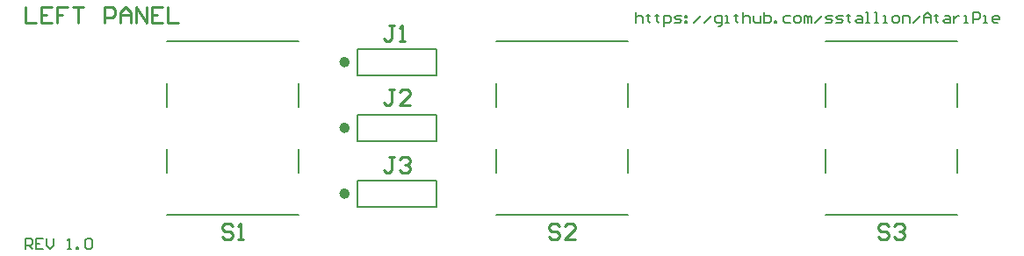
<source format=gto>
G04 Layer_Color=65535*
%FSLAX24Y24*%
%MOIN*%
G70*
G01*
G75*
%ADD10C,0.0100*%
%ADD14C,0.0200*%
%ADD15C,0.0080*%
D10*
X53150Y21260D02*
X53050Y21360D01*
X52850D01*
X52750Y21260D01*
Y21160D01*
X52850Y21060D01*
X53050D01*
X53150Y20960D01*
Y20860D01*
X53050Y20760D01*
X52850D01*
X52750Y20860D01*
X53350Y21260D02*
X53450Y21360D01*
X53650D01*
X53750Y21260D01*
Y21160D01*
X53650Y21060D01*
X53550D01*
X53650D01*
X53750Y20960D01*
Y20860D01*
X53650Y20760D01*
X53450D01*
X53350Y20860D01*
X40650Y21260D02*
X40550Y21360D01*
X40350D01*
X40250Y21260D01*
Y21160D01*
X40350Y21060D01*
X40550D01*
X40650Y20960D01*
Y20860D01*
X40550Y20760D01*
X40350D01*
X40250Y20860D01*
X41250Y20760D02*
X40850D01*
X41250Y21160D01*
Y21260D01*
X41150Y21360D01*
X40950D01*
X40850Y21260D01*
X34400Y23900D02*
X34200D01*
X34300D01*
Y23400D01*
X34200Y23300D01*
X34100D01*
X34000Y23400D01*
X34600Y23800D02*
X34700Y23900D01*
X34900D01*
X35000Y23800D01*
Y23700D01*
X34900Y23600D01*
X34800D01*
X34900D01*
X35000Y23500D01*
Y23400D01*
X34900Y23300D01*
X34700D01*
X34600Y23400D01*
X34400Y26450D02*
X34200D01*
X34300D01*
Y25950D01*
X34200Y25850D01*
X34100D01*
X34000Y25950D01*
X35000Y25850D02*
X34600D01*
X35000Y26250D01*
Y26350D01*
X34900Y26450D01*
X34700D01*
X34600Y26350D01*
X34400Y28900D02*
X34200D01*
X34300D01*
Y28400D01*
X34200Y28300D01*
X34100D01*
X34000Y28400D01*
X34600Y28300D02*
X34800D01*
X34700D01*
Y28900D01*
X34600Y28800D01*
X28250Y21260D02*
X28150Y21360D01*
X27950D01*
X27850Y21260D01*
Y21160D01*
X27950Y21060D01*
X28150D01*
X28250Y20960D01*
Y20860D01*
X28150Y20760D01*
X27950D01*
X27850Y20860D01*
X28450Y20760D02*
X28650D01*
X28550D01*
Y21360D01*
X28450Y21260D01*
X20400Y29600D02*
Y29000D01*
X20800D01*
X21400Y29600D02*
X21000D01*
Y29000D01*
X21400D01*
X21000Y29300D02*
X21200D01*
X21999Y29600D02*
X21600D01*
Y29300D01*
X21800D01*
X21600D01*
Y29000D01*
X22199Y29600D02*
X22599D01*
X22399D01*
Y29000D01*
X23399D02*
Y29600D01*
X23699D01*
X23799Y29500D01*
Y29300D01*
X23699Y29200D01*
X23399D01*
X23999Y29000D02*
Y29400D01*
X24199Y29600D01*
X24399Y29400D01*
Y29000D01*
Y29300D01*
X23999D01*
X24599Y29000D02*
Y29600D01*
X24999Y29000D01*
Y29600D01*
X25598D02*
X25198D01*
Y29000D01*
X25598D01*
X25198Y29300D02*
X25398D01*
X25798Y29600D02*
Y29000D01*
X26198D01*
D14*
X32600Y22500D02*
G03*
X32600Y22500I-100J0D01*
G01*
Y25000D02*
G03*
X32600Y25000I-100J0D01*
G01*
Y27500D02*
G03*
X32600Y27500I-100J0D01*
G01*
D15*
X50750Y28300D02*
X55750D01*
X50750Y21700D02*
X55750D01*
X50750Y25800D02*
Y26700D01*
Y23300D02*
Y24200D01*
X55750Y25800D02*
Y26700D01*
Y23300D02*
Y24200D01*
X43250Y23300D02*
Y24200D01*
Y25800D02*
Y26700D01*
X38250Y23300D02*
Y24200D01*
Y25800D02*
Y26700D01*
Y21700D02*
X43250D01*
X38250Y28300D02*
X43250D01*
X33000Y22000D02*
Y23000D01*
Y22000D02*
X36000D01*
Y23000D01*
X33000D02*
X36000D01*
X33000Y25500D02*
X36000D01*
Y24500D02*
Y25500D01*
X33000Y24500D02*
X36000D01*
X33000D02*
Y25500D01*
Y27000D02*
Y28000D01*
Y27000D02*
X36000D01*
Y28000D01*
X33000D02*
X36000D01*
X25750Y28300D02*
X30750D01*
X25750Y21700D02*
X30750D01*
X25750Y25800D02*
Y26700D01*
Y23300D02*
Y24200D01*
X30750Y25800D02*
Y26700D01*
Y23300D02*
Y24200D01*
X20400Y20400D02*
Y20800D01*
X20600D01*
X20667Y20733D01*
Y20600D01*
X20600Y20533D01*
X20400D01*
X20533D02*
X20667Y20400D01*
X21066Y20800D02*
X20800D01*
Y20400D01*
X21066D01*
X20800Y20600D02*
X20933D01*
X21200Y20800D02*
Y20533D01*
X21333Y20400D01*
X21466Y20533D01*
Y20800D01*
X21999Y20400D02*
X22133D01*
X22066D01*
Y20800D01*
X21999Y20733D01*
X22333Y20400D02*
Y20467D01*
X22399D01*
Y20400D01*
X22333D01*
X22666Y20733D02*
X22733Y20800D01*
X22866D01*
X22933Y20733D01*
Y20467D01*
X22866Y20400D01*
X22733D01*
X22666Y20467D01*
Y20733D01*
X43550Y29400D02*
Y29000D01*
Y29200D01*
X43617Y29267D01*
X43750D01*
X43817Y29200D01*
Y29000D01*
X44017Y29333D02*
Y29267D01*
X43950D01*
X44083D01*
X44017D01*
Y29067D01*
X44083Y29000D01*
X44350Y29333D02*
Y29267D01*
X44283D01*
X44416D01*
X44350D01*
Y29067D01*
X44416Y29000D01*
X44616Y28867D02*
Y29267D01*
X44816D01*
X44883Y29200D01*
Y29067D01*
X44816Y29000D01*
X44616D01*
X45016D02*
X45216D01*
X45283Y29067D01*
X45216Y29133D01*
X45083D01*
X45016Y29200D01*
X45083Y29267D01*
X45283D01*
X45416D02*
X45483D01*
Y29200D01*
X45416D01*
Y29267D01*
Y29067D02*
X45483D01*
Y29000D01*
X45416D01*
Y29067D01*
X45749Y29000D02*
X46016Y29267D01*
X46149Y29000D02*
X46416Y29267D01*
X46682Y28867D02*
X46749D01*
X46816Y28933D01*
Y29267D01*
X46616D01*
X46549Y29200D01*
Y29067D01*
X46616Y29000D01*
X46816D01*
X46949D02*
X47082D01*
X47016D01*
Y29267D01*
X46949D01*
X47349Y29333D02*
Y29267D01*
X47282D01*
X47415D01*
X47349D01*
Y29067D01*
X47415Y29000D01*
X47615Y29400D02*
Y29000D01*
Y29200D01*
X47682Y29267D01*
X47815D01*
X47882Y29200D01*
Y29000D01*
X48015Y29267D02*
Y29067D01*
X48082Y29000D01*
X48282D01*
Y29267D01*
X48415Y29400D02*
Y29000D01*
X48615D01*
X48682Y29067D01*
Y29133D01*
Y29200D01*
X48615Y29267D01*
X48415D01*
X48815Y29000D02*
Y29067D01*
X48882D01*
Y29000D01*
X48815D01*
X49415Y29267D02*
X49215D01*
X49148Y29200D01*
Y29067D01*
X49215Y29000D01*
X49415D01*
X49615D02*
X49748D01*
X49815Y29067D01*
Y29200D01*
X49748Y29267D01*
X49615D01*
X49548Y29200D01*
Y29067D01*
X49615Y29000D01*
X49948D02*
Y29267D01*
X50015D01*
X50081Y29200D01*
Y29000D01*
Y29200D01*
X50148Y29267D01*
X50215Y29200D01*
Y29000D01*
X50348D02*
X50614Y29267D01*
X50748Y29000D02*
X50948D01*
X51014Y29067D01*
X50948Y29133D01*
X50814D01*
X50748Y29200D01*
X50814Y29267D01*
X51014D01*
X51148Y29000D02*
X51347D01*
X51414Y29067D01*
X51347Y29133D01*
X51214D01*
X51148Y29200D01*
X51214Y29267D01*
X51414D01*
X51614Y29333D02*
Y29267D01*
X51547D01*
X51681D01*
X51614D01*
Y29067D01*
X51681Y29000D01*
X51947Y29267D02*
X52081D01*
X52147Y29200D01*
Y29000D01*
X51947D01*
X51881Y29067D01*
X51947Y29133D01*
X52147D01*
X52281Y29000D02*
X52414D01*
X52347D01*
Y29400D01*
X52281D01*
X52614Y29000D02*
X52747D01*
X52680D01*
Y29400D01*
X52614D01*
X52947Y29000D02*
X53080D01*
X53014D01*
Y29267D01*
X52947D01*
X53347Y29000D02*
X53480D01*
X53547Y29067D01*
Y29200D01*
X53480Y29267D01*
X53347D01*
X53280Y29200D01*
Y29067D01*
X53347Y29000D01*
X53680D02*
Y29267D01*
X53880D01*
X53947Y29200D01*
Y29000D01*
X54080D02*
X54347Y29267D01*
X54480Y29000D02*
Y29267D01*
X54613Y29400D01*
X54746Y29267D01*
Y29000D01*
Y29200D01*
X54480D01*
X54946Y29333D02*
Y29267D01*
X54880D01*
X55013D01*
X54946D01*
Y29067D01*
X55013Y29000D01*
X55280Y29267D02*
X55413D01*
X55479Y29200D01*
Y29000D01*
X55280D01*
X55213Y29067D01*
X55280Y29133D01*
X55479D01*
X55613Y29267D02*
Y29000D01*
Y29133D01*
X55679Y29200D01*
X55746Y29267D01*
X55813D01*
X56013Y29000D02*
X56146D01*
X56079D01*
Y29267D01*
X56013D01*
X56346Y29000D02*
Y29400D01*
X56546D01*
X56612Y29333D01*
Y29200D01*
X56546Y29133D01*
X56346D01*
X56746Y29000D02*
X56879D01*
X56812D01*
Y29267D01*
X56746D01*
X57279Y29000D02*
X57146D01*
X57079Y29067D01*
Y29200D01*
X57146Y29267D01*
X57279D01*
X57346Y29200D01*
Y29133D01*
X57079D01*
M02*

</source>
